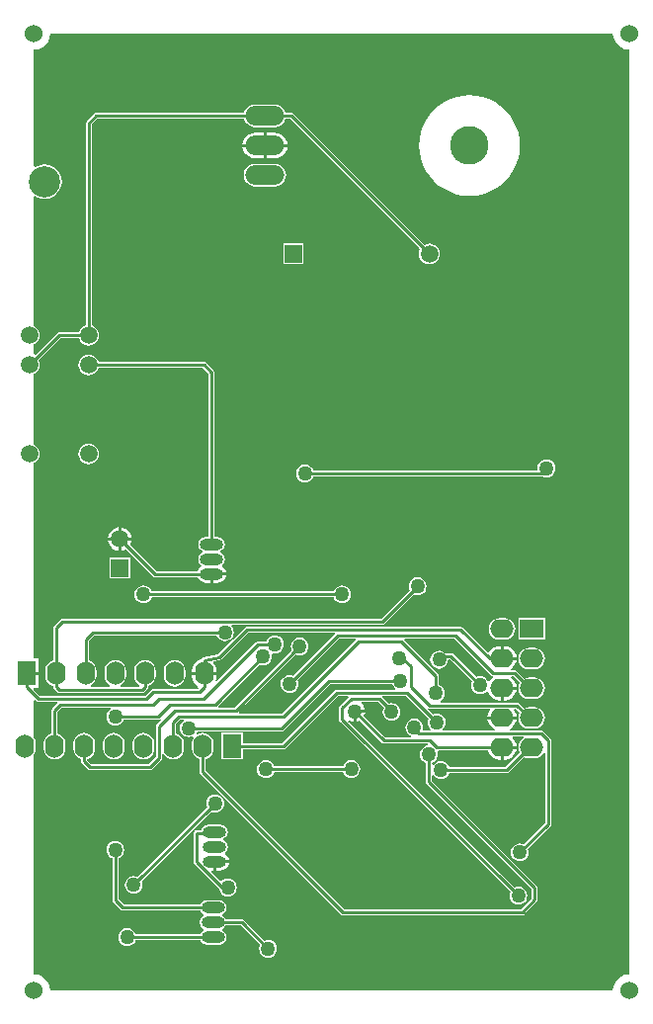
<source format=gbl>
G04*
G04 #@! TF.GenerationSoftware,Altium Limited,Altium Designer,20.0.13 (296)*
G04*
G04 Layer_Physical_Order=2*
G04 Layer_Color=16711680*
%FSLAX25Y25*%
%MOIN*%
G70*
G01*
G75*
%ADD16C,0.06000*%
%ADD20C,0.01000*%
%ADD67O,0.07874X0.03937*%
%ADD68O,0.07874X0.03937*%
%ADD69R,0.05937X0.05937*%
%ADD70C,0.05937*%
%ADD71C,0.05906*%
%ADD72R,0.05906X0.05906*%
%ADD73O,0.06299X0.07874*%
%ADD74R,0.06299X0.07874*%
%ADD75C,0.10551*%
%ADD76C,0.13000*%
%ADD77O,0.13200X0.06600*%
%ADD78R,0.07874X0.06299*%
%ADD79O,0.07874X0.06299*%
%ADD80C,0.05000*%
G36*
X205162Y332677D02*
X205348Y331262D01*
X205894Y329943D01*
X206764Y328811D01*
X207896Y327942D01*
X209215Y327395D01*
X210630Y327209D01*
Y15311D01*
X209215Y15124D01*
X207896Y14578D01*
X206764Y13709D01*
X205894Y12576D01*
X205348Y11258D01*
X205162Y9843D01*
X15311D01*
X15124Y11258D01*
X14578Y12576D01*
X13709Y13709D01*
X12577Y14578D01*
X11258Y15124D01*
X9843Y15311D01*
X9843Y15311D01*
Y89581D01*
X9975Y89754D01*
X10343Y90642D01*
X10469Y91594D01*
Y93169D01*
X10343Y94122D01*
X9975Y95010D01*
X9843Y95183D01*
Y107732D01*
X10305Y107923D01*
X10566Y107661D01*
X10897Y107440D01*
X11287Y107362D01*
X17619D01*
X17826Y106862D01*
X16066Y105103D01*
X15845Y104772D01*
X15768Y104382D01*
Y96697D01*
X14947Y96357D01*
X14185Y95772D01*
X13600Y95010D01*
X13232Y94122D01*
X13106Y93169D01*
Y91594D01*
X13232Y90642D01*
X13600Y89754D01*
X14185Y88992D01*
X14947Y88407D01*
X15835Y88039D01*
X16787Y87913D01*
X17740Y88039D01*
X18628Y88407D01*
X19390Y88992D01*
X19975Y89754D01*
X20343Y90642D01*
X20469Y91594D01*
Y93169D01*
X20343Y94122D01*
X19975Y95010D01*
X19390Y95772D01*
X18628Y96357D01*
X17807Y96697D01*
Y103960D01*
X19210Y105362D01*
X35581D01*
X35717Y105040D01*
X35722Y104862D01*
X35148Y104421D01*
X34667Y103795D01*
X34365Y103065D01*
X34262Y102282D01*
X34365Y101499D01*
X34667Y100769D01*
X35148Y100142D01*
X35774Y99661D01*
X36504Y99359D01*
X37287Y99256D01*
X38071Y99359D01*
X38800Y99661D01*
X39427Y100142D01*
X39908Y100769D01*
X40112Y101262D01*
X51737D01*
X52128Y101340D01*
X52335Y101479D01*
X52654Y101090D01*
X51366Y99803D01*
X51145Y99472D01*
X51068Y99082D01*
Y88804D01*
X48465Y86202D01*
X29210D01*
X27807Y87604D01*
Y88067D01*
X28628Y88407D01*
X29390Y88992D01*
X29975Y89754D01*
X30343Y90642D01*
X30468Y91594D01*
Y93169D01*
X30343Y94122D01*
X29975Y95010D01*
X29390Y95772D01*
X28628Y96357D01*
X27740Y96725D01*
X26787Y96850D01*
X25835Y96725D01*
X24947Y96357D01*
X24184Y95772D01*
X23599Y95010D01*
X23232Y94122D01*
X23106Y93169D01*
Y91594D01*
X23232Y90642D01*
X23599Y89754D01*
X24184Y88992D01*
X24947Y88407D01*
X25768Y88067D01*
Y87182D01*
X25845Y86792D01*
X26066Y86461D01*
X28066Y84461D01*
X28397Y84240D01*
X28787Y84162D01*
X48887D01*
X49278Y84240D01*
X49608Y84461D01*
X52808Y87661D01*
X53029Y87992D01*
X53107Y88382D01*
Y89636D01*
X53575Y89748D01*
X53607Y89744D01*
X54185Y88992D01*
X54947Y88407D01*
X55835Y88039D01*
X56787Y87913D01*
X57740Y88039D01*
X58628Y88407D01*
X59390Y88992D01*
X59975Y89754D01*
X60343Y90642D01*
X60469Y91594D01*
Y93169D01*
X60343Y94122D01*
X59975Y95010D01*
X59390Y95772D01*
X58628Y96357D01*
X57807Y96697D01*
Y99960D01*
X59210Y101362D01*
X60222D01*
X60392Y100862D01*
X59948Y100522D01*
X59467Y99895D01*
X59165Y99165D01*
X59061Y98382D01*
X59165Y97599D01*
X59467Y96869D01*
X59948Y96242D01*
X60575Y95761D01*
X61304Y95459D01*
X62087Y95356D01*
X62871Y95459D01*
X63074Y95543D01*
X63652Y95241D01*
X63680Y95114D01*
X63599Y95010D01*
X63232Y94122D01*
X63106Y93169D01*
Y91594D01*
X63232Y90642D01*
X63599Y89754D01*
X64184Y88992D01*
X64947Y88407D01*
X65768Y88067D01*
Y83782D01*
X65845Y83392D01*
X66066Y83061D01*
X113466Y35661D01*
X113797Y35440D01*
X114187Y35362D01*
X174587D01*
X174978Y35440D01*
X175308Y35661D01*
X179508Y39861D01*
X179729Y40192D01*
X179807Y40582D01*
Y44582D01*
X179729Y44972D01*
X179508Y45303D01*
X144107Y80704D01*
Y82417D01*
X144607Y82586D01*
X144948Y82142D01*
X145574Y81661D01*
X146304Y81359D01*
X147087Y81256D01*
X147871Y81359D01*
X148600Y81661D01*
X149227Y82142D01*
X149708Y82769D01*
X149912Y83262D01*
X169287D01*
X169678Y83340D01*
X170008Y83561D01*
X175149Y88702D01*
X175159Y88694D01*
X176047Y88326D01*
X177000Y88201D01*
X178575D01*
X179527Y88326D01*
X180415Y88694D01*
X181178Y89279D01*
X181763Y90041D01*
X181768Y90054D01*
X182268Y89954D01*
Y66404D01*
X175064Y59200D01*
X174571Y59405D01*
X173787Y59508D01*
X173004Y59405D01*
X172274Y59102D01*
X171648Y58622D01*
X171167Y57995D01*
X170865Y57265D01*
X170762Y56482D01*
X170865Y55699D01*
X171167Y54969D01*
X171648Y54342D01*
X172274Y53861D01*
X173004Y53559D01*
X173787Y53456D01*
X174571Y53559D01*
X175300Y53861D01*
X175927Y54342D01*
X176408Y54969D01*
X176710Y55699D01*
X176813Y56482D01*
X176710Y57265D01*
X176506Y57758D01*
X184008Y65261D01*
X184229Y65592D01*
X184307Y65982D01*
Y94382D01*
X184229Y94772D01*
X184008Y95103D01*
X181808Y97303D01*
X181478Y97524D01*
X181087Y97601D01*
X170391D01*
X170291Y98102D01*
X170668Y98257D01*
X171534Y98922D01*
X172199Y99789D01*
X172618Y100799D01*
X172694Y101382D01*
X162880D01*
X162957Y100799D01*
X163375Y99789D01*
X164041Y98922D01*
X164907Y98257D01*
X165283Y98102D01*
X165184Y97601D01*
X147780D01*
X147610Y98102D01*
X147809Y98254D01*
X148290Y98881D01*
X148592Y99611D01*
X148695Y100394D01*
X148592Y101177D01*
X148290Y101907D01*
X147809Y102533D01*
X147182Y103014D01*
X146452Y103316D01*
X145669Y103420D01*
X144886Y103316D01*
X144393Y103112D01*
X142702Y104802D01*
X143021Y105191D01*
X143097Y105140D01*
X143487Y105062D01*
X163580D01*
X163826Y104562D01*
X163375Y103975D01*
X162957Y102965D01*
X162880Y102382D01*
X172694D01*
X172618Y102965D01*
X172199Y103975D01*
X171821Y104468D01*
X172034Y104931D01*
X172452Y104975D01*
X173781Y103647D01*
X173444Y102835D01*
X173319Y101882D01*
X173444Y100929D01*
X173812Y100041D01*
X174397Y99279D01*
X175159Y98694D01*
X176047Y98326D01*
X177000Y98201D01*
X178575D01*
X179527Y98326D01*
X180415Y98694D01*
X181178Y99279D01*
X181763Y100041D01*
X182131Y100929D01*
X182256Y101882D01*
X182131Y102835D01*
X181763Y103722D01*
X181178Y104485D01*
X180415Y105070D01*
X179527Y105438D01*
X178575Y105563D01*
X177000D01*
X176047Y105438D01*
X175217Y105094D01*
X173508Y106803D01*
X173178Y107024D01*
X172787Y107102D01*
X147218D01*
X147135Y107269D01*
X147084Y107601D01*
X147627Y108018D01*
X148108Y108645D01*
X148410Y109374D01*
X148513Y110158D01*
X148410Y110941D01*
X148108Y111670D01*
X147627Y112297D01*
X147000Y112778D01*
X146507Y112982D01*
Y116082D01*
X146429Y116472D01*
X146208Y116803D01*
X134809Y128202D01*
X135016Y128702D01*
X151525D01*
X164066Y116161D01*
X164397Y115940D01*
X164599Y115900D01*
X164744Y115391D01*
X164743Y115381D01*
X164041Y114841D01*
X163601Y114269D01*
X163029Y114344D01*
X163008Y114395D01*
X162527Y115022D01*
X161900Y115502D01*
X161171Y115805D01*
X160387Y115908D01*
X159604Y115805D01*
X159111Y115600D01*
X151234Y123477D01*
X150904Y123698D01*
X150513Y123775D01*
X148461D01*
X148068Y124077D01*
X147338Y124380D01*
X146555Y124483D01*
X145772Y124380D01*
X145042Y124077D01*
X144415Y123596D01*
X143935Y122970D01*
X143632Y122240D01*
X143529Y121457D01*
X143632Y120674D01*
X143935Y119944D01*
X144415Y119317D01*
X145042Y118836D01*
X145772Y118534D01*
X146555Y118431D01*
X147338Y118534D01*
X148068Y118836D01*
X148695Y119317D01*
X149176Y119944D01*
X149478Y120674D01*
X149581Y121457D01*
X149667Y121554D01*
X150258Y121570D01*
X157669Y114158D01*
X157465Y113665D01*
X157361Y112882D01*
X157465Y112099D01*
X157767Y111369D01*
X158248Y110742D01*
X158874Y110261D01*
X159604Y109959D01*
X160387Y109856D01*
X161171Y109959D01*
X161900Y110261D01*
X162478Y110705D01*
X162528Y110714D01*
X162680Y110698D01*
X163042Y110593D01*
X163375Y109789D01*
X164041Y108922D01*
X164907Y108257D01*
X165917Y107839D01*
X167000Y107696D01*
X167287D01*
Y111882D01*
X167787D01*
Y112382D01*
X172694D01*
X172618Y112965D01*
X172199Y113975D01*
X171534Y114841D01*
X170855Y115362D01*
X171025Y115862D01*
X171565D01*
X173781Y113647D01*
X173444Y112835D01*
X173319Y111882D01*
X173444Y110929D01*
X173812Y110041D01*
X174397Y109279D01*
X175159Y108694D01*
X176047Y108326D01*
X177000Y108201D01*
X178575D01*
X179527Y108326D01*
X180415Y108694D01*
X181178Y109279D01*
X181763Y110041D01*
X182131Y110929D01*
X182256Y111882D01*
X182131Y112835D01*
X181763Y113722D01*
X181178Y114485D01*
X180415Y115070D01*
X179527Y115438D01*
X178575Y115563D01*
X177000D01*
X176047Y115438D01*
X175217Y115094D01*
X172708Y117603D01*
X172378Y117824D01*
X171987Y117902D01*
X171025D01*
X170855Y118402D01*
X171534Y118922D01*
X172199Y119789D01*
X172618Y120799D01*
X172694Y121382D01*
X167787D01*
Y121882D01*
X167287D01*
Y126067D01*
X167000D01*
X165917Y125925D01*
X164907Y125507D01*
X164041Y124841D01*
X163492Y124127D01*
X162905Y124006D01*
X154469Y132443D01*
X154138Y132664D01*
X153748Y132741D01*
X81627D01*
X81237Y132664D01*
X80906Y132443D01*
X76897Y128434D01*
X76520Y128764D01*
X76628Y128905D01*
X76908Y129269D01*
X77210Y129999D01*
X77313Y130782D01*
X77210Y131565D01*
X76908Y132295D01*
X76473Y132862D01*
X76587Y133362D01*
X127461D01*
X127852Y133440D01*
X128182Y133661D01*
X138011Y143490D01*
X138504Y143285D01*
X139287Y143182D01*
X140071Y143285D01*
X140800Y143587D01*
X141427Y144068D01*
X141908Y144695D01*
X142210Y145425D01*
X142313Y146208D01*
X142210Y146991D01*
X141908Y147721D01*
X141427Y148347D01*
X140800Y148828D01*
X140071Y149131D01*
X139287Y149234D01*
X138504Y149131D01*
X137775Y148828D01*
X137148Y148347D01*
X136667Y147721D01*
X136365Y146991D01*
X136261Y146208D01*
X136365Y145425D01*
X136569Y144931D01*
X127039Y135401D01*
X19287D01*
X18897Y135324D01*
X18566Y135103D01*
X16566Y133103D01*
X16345Y132772D01*
X16268Y132382D01*
Y121197D01*
X15447Y120857D01*
X14684Y120272D01*
X14099Y119510D01*
X13732Y118622D01*
X13606Y117669D01*
Y116095D01*
X13732Y115142D01*
X14099Y114254D01*
X14684Y113492D01*
X15447Y112907D01*
X16268Y112566D01*
Y112382D01*
X16345Y111992D01*
X16566Y111661D01*
X17566Y110661D01*
X17897Y110440D01*
X18287Y110362D01*
X46287D01*
X46678Y110440D01*
X47008Y110661D01*
X48008Y111661D01*
X48229Y111992D01*
X48307Y112382D01*
Y112566D01*
X49128Y112907D01*
X49890Y113492D01*
X50475Y114254D01*
X50843Y115142D01*
X50968Y116095D01*
Y117669D01*
X50843Y118622D01*
X50475Y119510D01*
X49890Y120272D01*
X49128Y120857D01*
X48240Y121225D01*
X47287Y121350D01*
X46335Y121225D01*
X45447Y120857D01*
X44684Y120272D01*
X44100Y119510D01*
X43732Y118622D01*
X43606Y117669D01*
Y116095D01*
X43732Y115142D01*
X44100Y114254D01*
X44684Y113492D01*
X45447Y112907D01*
X45459Y112901D01*
X45360Y112401D01*
X39215D01*
X39116Y112901D01*
X39128Y112907D01*
X39890Y113492D01*
X40475Y114254D01*
X40843Y115142D01*
X40968Y116095D01*
Y117669D01*
X40843Y118622D01*
X40475Y119510D01*
X39890Y120272D01*
X39128Y120857D01*
X38240Y121225D01*
X37287Y121350D01*
X36335Y121225D01*
X35447Y120857D01*
X34685Y120272D01*
X34100Y119510D01*
X33732Y118622D01*
X33606Y117669D01*
Y116095D01*
X33732Y115142D01*
X34100Y114254D01*
X34685Y113492D01*
X35447Y112907D01*
X35459Y112901D01*
X35360Y112401D01*
X29215D01*
X29116Y112901D01*
X29128Y112907D01*
X29890Y113492D01*
X30475Y114254D01*
X30843Y115142D01*
X30968Y116095D01*
Y117669D01*
X30843Y118622D01*
X30475Y119510D01*
X29890Y120272D01*
X29128Y120857D01*
X28307Y121197D01*
Y127960D01*
X30110Y129762D01*
X71463D01*
X71667Y129269D01*
X72148Y128642D01*
X72774Y128161D01*
X73504Y127859D01*
X74287Y127756D01*
X75071Y127859D01*
X75800Y128161D01*
X76165Y128441D01*
X76306Y128549D01*
X76636Y128172D01*
X71785Y123321D01*
X67087Y122382D01*
X66995Y122343D01*
X66897Y122324D01*
X66813Y122268D01*
X66720Y122229D01*
X66650Y122158D01*
X66566Y122103D01*
X66510Y122019D01*
X66439Y121948D01*
X66401Y121855D01*
X66345Y121772D01*
X66337Y121730D01*
X66204Y121712D01*
X65195Y121294D01*
X64328Y120629D01*
X63663Y119762D01*
X63245Y118753D01*
X63102Y117669D01*
Y117382D01*
X67287D01*
X71473D01*
Y117669D01*
X71330Y118753D01*
X70912Y119762D01*
X70383Y120451D01*
X70540Y120993D01*
X72487Y121382D01*
X72580Y121420D01*
X72678Y121440D01*
X72761Y121496D01*
X72855Y121535D01*
X72925Y121605D01*
X73008Y121661D01*
X82050Y130702D01*
X111333D01*
X111540Y130202D01*
X97364Y116025D01*
X96871Y116230D01*
X96087Y116333D01*
X95304Y116230D01*
X94574Y115928D01*
X93948Y115447D01*
X93467Y114820D01*
X93165Y114090D01*
X93062Y113307D01*
X93165Y112524D01*
X93467Y111794D01*
X93948Y111168D01*
X94574Y110687D01*
X95304Y110384D01*
X96087Y110281D01*
X96871Y110384D01*
X97600Y110687D01*
X98227Y111168D01*
X98708Y111794D01*
X99010Y112524D01*
X99113Y113307D01*
X99010Y114090D01*
X98806Y114584D01*
X112924Y128702D01*
X118259D01*
X118466Y128202D01*
X93665Y103402D01*
X79132D01*
X78925Y103902D01*
X98211Y123187D01*
X98704Y122983D01*
X99487Y122880D01*
X100271Y122983D01*
X101000Y123285D01*
X101627Y123766D01*
X102108Y124393D01*
X102410Y125122D01*
X102513Y125906D01*
X102410Y126689D01*
X102108Y127418D01*
X101627Y128045D01*
X101000Y128526D01*
X100271Y128828D01*
X99487Y128931D01*
X98704Y128828D01*
X97974Y128526D01*
X97348Y128045D01*
X96867Y127418D01*
X96565Y126689D01*
X96461Y125906D01*
X96565Y125122D01*
X96769Y124629D01*
X77542Y105402D01*
X72132D01*
X71925Y105902D01*
X85911Y119888D01*
X86404Y119684D01*
X87187Y119580D01*
X87971Y119684D01*
X88700Y119986D01*
X89327Y120467D01*
X89808Y121093D01*
X90110Y121823D01*
X90213Y122606D01*
X90122Y123297D01*
X90156Y123381D01*
X90272Y123528D01*
X90509Y123732D01*
X91087Y123656D01*
X91871Y123759D01*
X92600Y124061D01*
X93227Y124542D01*
X93708Y125169D01*
X94010Y125899D01*
X94113Y126682D01*
X94010Y127465D01*
X93708Y128195D01*
X93227Y128822D01*
X92600Y129302D01*
X91871Y129605D01*
X91087Y129708D01*
X90304Y129605D01*
X89574Y129302D01*
X88948Y128822D01*
X88467Y128195D01*
X88262Y127701D01*
X85487D01*
X85097Y127624D01*
X84766Y127403D01*
X71515Y114152D01*
X71092Y114435D01*
X71330Y115011D01*
X71473Y116095D01*
Y116382D01*
X67287D01*
X63102D01*
Y116095D01*
X63245Y115011D01*
X63663Y114002D01*
X64328Y113135D01*
X65154Y112501D01*
X65202Y112416D01*
X65275Y111905D01*
X65102Y111702D01*
X50037D01*
X49647Y111624D01*
X49316Y111403D01*
X47315Y109402D01*
X11710D01*
X9843Y111269D01*
Y111945D01*
X11437D01*
Y116382D01*
X7287D01*
Y117382D01*
X11437D01*
Y121819D01*
X9843D01*
Y187789D01*
X10029Y187866D01*
X10750Y188419D01*
X11303Y189141D01*
X11651Y189980D01*
X11770Y190882D01*
X11651Y191783D01*
X11303Y192623D01*
X10750Y193344D01*
X10029Y193898D01*
X9843Y193975D01*
Y217789D01*
X10029Y217866D01*
X10750Y218419D01*
X11303Y219141D01*
X11651Y219981D01*
X11770Y220882D01*
X11651Y221783D01*
X11352Y222505D01*
X18710Y229862D01*
X24972D01*
X25271Y229141D01*
X25825Y228419D01*
X26546Y227866D01*
X27386Y227518D01*
X28287Y227399D01*
X29189Y227518D01*
X30029Y227866D01*
X30750Y228419D01*
X31303Y229141D01*
X31651Y229980D01*
X31770Y230882D01*
X31651Y231783D01*
X31303Y232623D01*
X30750Y233344D01*
X30029Y233898D01*
X29307Y234197D01*
Y301960D01*
X31210Y303862D01*
X80797D01*
X81168Y302965D01*
X81777Y302172D01*
X82571Y301563D01*
X83495Y301180D01*
X84487Y301049D01*
X91087D01*
X92079Y301180D01*
X93004Y301563D01*
X93798Y302172D01*
X94407Y302965D01*
X94778Y303862D01*
X96298D01*
X140155Y260005D01*
X139857Y259283D01*
X139738Y258382D01*
X139857Y257481D01*
X140204Y256641D01*
X140758Y255919D01*
X141479Y255366D01*
X142319Y255018D01*
X143220Y254899D01*
X144122Y255018D01*
X144962Y255366D01*
X145683Y255919D01*
X146236Y256641D01*
X146584Y257481D01*
X146703Y258382D01*
X146584Y259283D01*
X146236Y260123D01*
X145683Y260844D01*
X144962Y261398D01*
X144122Y261746D01*
X143220Y261864D01*
X142319Y261746D01*
X141597Y261447D01*
X97441Y305603D01*
X97111Y305824D01*
X96720Y305902D01*
X94778D01*
X94407Y306798D01*
X93798Y307592D01*
X93004Y308201D01*
X92079Y308584D01*
X91087Y308715D01*
X84487D01*
X83495Y308584D01*
X82571Y308201D01*
X81777Y307592D01*
X81168Y306798D01*
X80797Y305902D01*
X30787D01*
X30397Y305824D01*
X30066Y305603D01*
X27566Y303103D01*
X27345Y302772D01*
X27268Y302382D01*
Y234197D01*
X26546Y233898D01*
X25825Y233344D01*
X25271Y232623D01*
X24972Y231902D01*
X18287D01*
X17897Y231824D01*
X17566Y231603D01*
X10343Y224379D01*
X9843Y224586D01*
Y227789D01*
X10029Y227866D01*
X10750Y228419D01*
X11303Y229141D01*
X11651Y229980D01*
X11770Y230882D01*
X11651Y231783D01*
X11303Y232623D01*
X10750Y233344D01*
X10029Y233898D01*
X9843Y233975D01*
Y277608D01*
X10291Y277829D01*
X10481Y277683D01*
X11886Y277101D01*
X13394Y276903D01*
X14901Y277101D01*
X16307Y277683D01*
X17513Y278609D01*
X18439Y279816D01*
X19021Y281221D01*
X19219Y282728D01*
X19021Y284236D01*
X18439Y285641D01*
X17513Y286847D01*
X16307Y287773D01*
X14901Y288355D01*
X13394Y288554D01*
X11886Y288355D01*
X10481Y287773D01*
X10291Y287627D01*
X9843Y287848D01*
Y327209D01*
X9843Y327209D01*
X11258Y327395D01*
X12577Y327942D01*
X13709Y328811D01*
X14578Y329943D01*
X15124Y331262D01*
X15311Y332677D01*
X15311Y332677D01*
X205162D01*
X205162Y332677D01*
D02*
G37*
G36*
X130892Y112869D02*
X131373Y112242D01*
X131817Y111901D01*
X131647Y111401D01*
X111887D01*
X111497Y111324D01*
X111166Y111103D01*
X93465Y93401D01*
X80437D01*
Y96819D01*
X73138D01*
Y87945D01*
X80437D01*
Y91362D01*
X93887D01*
X94278Y91440D01*
X94608Y91661D01*
X112310Y109362D01*
X115819D01*
X116026Y108862D01*
X113066Y105903D01*
X112845Y105572D01*
X112768Y105182D01*
Y101382D01*
X112845Y100992D01*
X113066Y100661D01*
X170569Y43158D01*
X170365Y42665D01*
X170262Y41882D01*
X170365Y41099D01*
X170667Y40369D01*
X171148Y39742D01*
X171774Y39261D01*
X172504Y38959D01*
X173287Y38856D01*
X174071Y38959D01*
X174800Y39261D01*
X175427Y39742D01*
X175908Y40369D01*
X176210Y41099D01*
X176313Y41882D01*
X176210Y42665D01*
X175908Y43395D01*
X175427Y44021D01*
X174800Y44502D01*
X174071Y44805D01*
X173287Y44908D01*
X172504Y44805D01*
X172011Y44600D01*
X115869Y100742D01*
X116199Y101119D01*
X116322Y101025D01*
X117174Y100672D01*
X117587Y100618D01*
Y104082D01*
X118087D01*
Y104582D01*
X121552D01*
X121497Y104996D01*
X121145Y105847D01*
X120584Y106578D01*
X120213Y106862D01*
X120383Y107362D01*
X125913D01*
X127905Y105370D01*
X127891Y105351D01*
X127589Y104622D01*
X127486Y103839D01*
X127589Y103055D01*
X127891Y102326D01*
X128372Y101699D01*
X128999Y101218D01*
X129729Y100916D01*
X130512Y100813D01*
X131295Y100916D01*
X132025Y101218D01*
X132651Y101699D01*
X133132Y102326D01*
X133435Y103055D01*
X133538Y103839D01*
X133435Y104622D01*
X133132Y105351D01*
X132651Y105978D01*
X132025Y106459D01*
X131295Y106761D01*
X130512Y106865D01*
X129729Y106761D01*
X129495Y106665D01*
X127297Y108862D01*
X127504Y109362D01*
X135259D01*
X142951Y101670D01*
X142746Y101177D01*
X142643Y100394D01*
X142746Y99611D01*
X143049Y98881D01*
X143530Y98254D01*
X143728Y98102D01*
X143559Y97601D01*
X141530D01*
X141150Y98102D01*
X141213Y98582D01*
X141110Y99365D01*
X140808Y100095D01*
X140327Y100722D01*
X139700Y101202D01*
X138971Y101505D01*
X138187Y101608D01*
X137404Y101505D01*
X136674Y101202D01*
X136048Y100722D01*
X135567Y100095D01*
X135265Y99365D01*
X135161Y98582D01*
X135265Y97799D01*
X135567Y97069D01*
X136048Y96442D01*
X136674Y95961D01*
X137060Y95802D01*
X136961Y95302D01*
X128310D01*
X121188Y102423D01*
X121497Y103168D01*
X121552Y103582D01*
X118587D01*
Y100618D01*
X119001Y100672D01*
X119747Y100981D01*
X127166Y93561D01*
X127497Y93340D01*
X127887Y93262D01*
X142701D01*
X142828Y93078D01*
X142591Y92542D01*
X142304Y92505D01*
X141575Y92202D01*
X140948Y91721D01*
X140467Y91095D01*
X140165Y90365D01*
X140061Y89582D01*
X140165Y88799D01*
X140467Y88069D01*
X140948Y87442D01*
X141575Y86961D01*
X142068Y86757D01*
Y80282D01*
X142145Y79892D01*
X142366Y79561D01*
X177768Y44160D01*
Y41004D01*
X174165Y37402D01*
X114610D01*
X67807Y84204D01*
Y88067D01*
X68628Y88407D01*
X69390Y88992D01*
X69975Y89754D01*
X70343Y90642D01*
X70468Y91594D01*
Y93169D01*
X70343Y94122D01*
X69975Y95010D01*
X69390Y95772D01*
X68628Y96357D01*
X67740Y96725D01*
X66787Y96850D01*
X65835Y96725D01*
X64947Y96357D01*
X64943Y96355D01*
X64587Y96711D01*
X64708Y96869D01*
X64912Y97362D01*
X93487D01*
X93878Y97440D01*
X94208Y97661D01*
X109910Y113362D01*
X130688D01*
X130892Y112869D01*
D02*
G37*
G36*
X175154Y95094D02*
X175150Y95062D01*
X174397Y94485D01*
X173812Y93722D01*
X173444Y92835D01*
X173319Y91882D01*
X173444Y90929D01*
X173751Y90188D01*
X168865Y85302D01*
X149912D01*
X149708Y85795D01*
X149227Y86422D01*
X148600Y86902D01*
X147871Y87205D01*
X147087Y87308D01*
X146304Y87205D01*
X145574Y86902D01*
X144948Y86422D01*
X144607Y85977D01*
X144107Y86147D01*
Y86757D01*
X144600Y86961D01*
X145227Y87442D01*
X145708Y88069D01*
X146010Y88799D01*
X146113Y89582D01*
X146010Y90365D01*
X145976Y90447D01*
X146254Y90862D01*
X162949D01*
X162957Y90799D01*
X163375Y89789D01*
X164041Y88922D01*
X164907Y88257D01*
X165917Y87839D01*
X167000Y87696D01*
X167287D01*
Y91882D01*
X167787D01*
Y92382D01*
X172694D01*
X172618Y92965D01*
X172199Y93975D01*
X171534Y94841D01*
X171247Y95062D01*
X171416Y95562D01*
X175042D01*
X175154Y95094D01*
D02*
G37*
%LPC*%
G36*
X91087Y299219D02*
X88287D01*
Y295382D01*
X95359D01*
X95277Y296004D01*
X94843Y297050D01*
X94154Y297949D01*
X93256Y298638D01*
X92210Y299071D01*
X91087Y299219D01*
D02*
G37*
G36*
X87287D02*
X84487D01*
X83365Y299071D01*
X82319Y298638D01*
X81421Y297949D01*
X80731Y297050D01*
X80298Y296004D01*
X80216Y295382D01*
X87287D01*
Y299219D01*
D02*
G37*
G36*
X95359Y294382D02*
X88287D01*
Y290545D01*
X91087D01*
X92210Y290693D01*
X93256Y291126D01*
X94154Y291815D01*
X94843Y292713D01*
X95277Y293759D01*
X95359Y294382D01*
D02*
G37*
G36*
X87287D02*
X80216D01*
X80298Y293759D01*
X80731Y292713D01*
X81421Y291815D01*
X82319Y291126D01*
X83365Y290693D01*
X84487Y290545D01*
X87287D01*
Y294382D01*
D02*
G37*
G36*
X91087Y288715D02*
X84487D01*
X83495Y288584D01*
X82571Y288201D01*
X81777Y287592D01*
X81168Y286798D01*
X80785Y285874D01*
X80655Y284882D01*
X80785Y283890D01*
X81168Y282965D01*
X81777Y282172D01*
X82571Y281563D01*
X83495Y281180D01*
X84487Y281049D01*
X91087D01*
X92079Y281180D01*
X93004Y281563D01*
X93798Y282172D01*
X94407Y282965D01*
X94790Y283890D01*
X94920Y284882D01*
X94790Y285874D01*
X94407Y286798D01*
X93798Y287592D01*
X93004Y288201D01*
X92079Y288584D01*
X91087Y288715D01*
D02*
G37*
G36*
X156787Y311918D02*
X154564Y311773D01*
X152378Y311338D01*
X150268Y310622D01*
X148269Y309636D01*
X146416Y308398D01*
X144741Y306928D01*
X143272Y305253D01*
X142033Y303400D01*
X141048Y301401D01*
X140331Y299291D01*
X139897Y297106D01*
X139751Y294882D01*
X139897Y292658D01*
X140331Y290473D01*
X141048Y288362D01*
X142033Y286364D01*
X143272Y284511D01*
X144741Y282835D01*
X146416Y281366D01*
X148269Y280128D01*
X150268Y279142D01*
X152378Y278426D01*
X154564Y277991D01*
X156787Y277845D01*
X159011Y277991D01*
X161197Y278426D01*
X163307Y279142D01*
X165306Y280128D01*
X167158Y281366D01*
X168834Y282835D01*
X170303Y284511D01*
X171541Y286364D01*
X172527Y288362D01*
X173243Y290473D01*
X173678Y292658D01*
X173824Y294882D01*
X173678Y297106D01*
X173243Y299291D01*
X172527Y301401D01*
X171541Y303400D01*
X170303Y305253D01*
X168834Y306928D01*
X167158Y308398D01*
X165306Y309636D01*
X163307Y310622D01*
X161197Y311338D01*
X159011Y311773D01*
X156787Y311918D01*
D02*
G37*
G36*
X100807Y261835D02*
X93902D01*
Y254929D01*
X100807D01*
Y261835D01*
D02*
G37*
G36*
X28287Y194364D02*
X27386Y194246D01*
X26546Y193898D01*
X25825Y193344D01*
X25271Y192623D01*
X24924Y191783D01*
X24805Y190882D01*
X24924Y189980D01*
X25271Y189141D01*
X25825Y188419D01*
X26546Y187866D01*
X27386Y187518D01*
X28287Y187399D01*
X29189Y187518D01*
X30029Y187866D01*
X30750Y188419D01*
X31303Y189141D01*
X31651Y189980D01*
X31770Y190882D01*
X31651Y191783D01*
X31303Y192623D01*
X30750Y193344D01*
X30029Y193898D01*
X29189Y194246D01*
X28287Y194364D01*
D02*
G37*
G36*
X182787Y189057D02*
X182004Y188954D01*
X181274Y188652D01*
X180648Y188171D01*
X180167Y187544D01*
X179865Y186815D01*
X179762Y186031D01*
X179808Y185677D01*
X179478Y185301D01*
X104112D01*
X103908Y185795D01*
X103427Y186422D01*
X102800Y186902D01*
X102071Y187205D01*
X101287Y187308D01*
X100504Y187205D01*
X99774Y186902D01*
X99148Y186422D01*
X98667Y185795D01*
X98365Y185065D01*
X98261Y184282D01*
X98365Y183499D01*
X98667Y182769D01*
X99148Y182142D01*
X99774Y181661D01*
X100504Y181359D01*
X101287Y181256D01*
X102071Y181359D01*
X102800Y181661D01*
X103427Y182142D01*
X103908Y182769D01*
X104112Y183262D01*
X181038D01*
X181428Y183340D01*
X181435Y183344D01*
X182004Y183109D01*
X182787Y183006D01*
X183571Y183109D01*
X184300Y183411D01*
X184927Y183892D01*
X185408Y184519D01*
X185710Y185248D01*
X185813Y186031D01*
X185710Y186815D01*
X185408Y187544D01*
X184927Y188171D01*
X184300Y188652D01*
X183571Y188954D01*
X182787Y189057D01*
D02*
G37*
G36*
X39287Y166161D02*
Y162724D01*
X42724D01*
X42654Y163260D01*
X42254Y164226D01*
X41618Y165055D01*
X40789Y165691D01*
X39823Y166091D01*
X39287Y166161D01*
D02*
G37*
G36*
X38287D02*
X37751Y166091D01*
X36786Y165691D01*
X35957Y165055D01*
X35321Y164226D01*
X34921Y163260D01*
X34850Y162724D01*
X38287D01*
Y166161D01*
D02*
G37*
G36*
Y161724D02*
X34850D01*
X34921Y161188D01*
X35321Y160223D01*
X35957Y159394D01*
X36786Y158758D01*
X37751Y158358D01*
X38287Y158288D01*
Y161724D01*
D02*
G37*
G36*
X28287Y224364D02*
X27386Y224246D01*
X26546Y223898D01*
X25825Y223344D01*
X25271Y222623D01*
X24924Y221783D01*
X24805Y220882D01*
X24924Y219981D01*
X25271Y219141D01*
X25825Y218419D01*
X26546Y217866D01*
X27386Y217518D01*
X28287Y217399D01*
X29189Y217518D01*
X30029Y217866D01*
X30750Y218419D01*
X31303Y219141D01*
X31602Y219862D01*
X66865D01*
X68768Y217960D01*
Y162899D01*
X67819D01*
X66856Y162707D01*
X66039Y162162D01*
X65494Y161345D01*
X65302Y160382D01*
X65494Y159419D01*
X66039Y158602D01*
X66702Y158160D01*
X66716Y158118D01*
Y157645D01*
X66702Y157604D01*
X66039Y157162D01*
X65494Y156345D01*
X65302Y155382D01*
X65494Y154419D01*
X66039Y153602D01*
X66279Y153442D01*
X66208Y152888D01*
X65702Y152499D01*
X65226Y151879D01*
X65028Y151401D01*
X51052D01*
X42244Y160210D01*
X42254Y160223D01*
X42654Y161188D01*
X42724Y161724D01*
X39287D01*
Y158288D01*
X39823Y158358D01*
X40789Y158758D01*
X40802Y158768D01*
X49909Y149661D01*
X50240Y149440D01*
X50630Y149362D01*
X65028D01*
X65226Y148885D01*
X65702Y148265D01*
X66322Y147789D01*
X67044Y147490D01*
X67819Y147388D01*
X69287D01*
Y150382D01*
X69787D01*
Y150882D01*
X74684D01*
X74648Y151157D01*
X74349Y151879D01*
X73873Y152499D01*
X73366Y152888D01*
X73295Y153442D01*
X73536Y153602D01*
X74081Y154419D01*
X74273Y155382D01*
X74081Y156345D01*
X73536Y157162D01*
X72873Y157604D01*
X72859Y157645D01*
Y158118D01*
X72873Y158160D01*
X73536Y158602D01*
X74081Y159419D01*
X74273Y160382D01*
X74081Y161345D01*
X73536Y162162D01*
X72719Y162707D01*
X71756Y162899D01*
X70807D01*
Y218382D01*
X70729Y218772D01*
X70508Y219103D01*
X68008Y221603D01*
X67678Y221824D01*
X67287Y221901D01*
X31602D01*
X31303Y222623D01*
X30750Y223344D01*
X30029Y223898D01*
X29189Y224246D01*
X28287Y224364D01*
D02*
G37*
G36*
X42256Y155850D02*
X35319D01*
Y148913D01*
X42256D01*
Y155850D01*
D02*
G37*
G36*
X74684Y149882D02*
X70287D01*
Y147388D01*
X71756D01*
X72531Y147490D01*
X73253Y147789D01*
X73873Y148265D01*
X74349Y148885D01*
X74648Y149607D01*
X74684Y149882D01*
D02*
G37*
G36*
X113787Y146508D02*
X113004Y146405D01*
X112275Y146102D01*
X111648Y145622D01*
X111167Y144995D01*
X110962Y144501D01*
X49612D01*
X49408Y144995D01*
X48927Y145622D01*
X48300Y146102D01*
X47571Y146405D01*
X46787Y146508D01*
X46004Y146405D01*
X45274Y146102D01*
X44648Y145622D01*
X44167Y144995D01*
X43865Y144265D01*
X43762Y143482D01*
X43865Y142699D01*
X44167Y141969D01*
X44648Y141342D01*
X45274Y140861D01*
X46004Y140559D01*
X46787Y140456D01*
X47571Y140559D01*
X48300Y140861D01*
X48927Y141342D01*
X49408Y141969D01*
X49612Y142462D01*
X110962D01*
X111167Y141969D01*
X111648Y141342D01*
X112275Y140861D01*
X113004Y140559D01*
X113787Y140456D01*
X114571Y140559D01*
X115300Y140861D01*
X115927Y141342D01*
X116408Y141969D01*
X116710Y142699D01*
X116813Y143482D01*
X116710Y144265D01*
X116408Y144995D01*
X115927Y145622D01*
X115300Y146102D01*
X114571Y146405D01*
X113787Y146508D01*
D02*
G37*
G36*
X182224Y135531D02*
X173350D01*
Y128232D01*
X182224D01*
Y135531D01*
D02*
G37*
G36*
X168575Y135563D02*
X167000D01*
X166047Y135438D01*
X165159Y135070D01*
X164397Y134485D01*
X163812Y133722D01*
X163444Y132835D01*
X163319Y131882D01*
X163444Y130929D01*
X163812Y130041D01*
X164397Y129279D01*
X165159Y128694D01*
X166047Y128326D01*
X167000Y128201D01*
X168575D01*
X169527Y128326D01*
X170415Y128694D01*
X171178Y129279D01*
X171763Y130041D01*
X172131Y130929D01*
X172256Y131882D01*
X172131Y132835D01*
X171763Y133722D01*
X171178Y134485D01*
X170415Y135070D01*
X169527Y135438D01*
X168575Y135563D01*
D02*
G37*
G36*
Y126067D02*
X168287D01*
Y122382D01*
X172694D01*
X172618Y122965D01*
X172199Y123975D01*
X171534Y124841D01*
X170668Y125507D01*
X169658Y125925D01*
X168575Y126067D01*
D02*
G37*
G36*
X178575Y125563D02*
X177000D01*
X176047Y125438D01*
X175159Y125070D01*
X174397Y124485D01*
X173812Y123722D01*
X173444Y122835D01*
X173319Y121882D01*
X173444Y120929D01*
X173812Y120041D01*
X174397Y119279D01*
X175159Y118694D01*
X176047Y118326D01*
X177000Y118201D01*
X178575D01*
X179527Y118326D01*
X180415Y118694D01*
X181178Y119279D01*
X181763Y120041D01*
X182131Y120929D01*
X182256Y121882D01*
X182131Y122835D01*
X181763Y123722D01*
X181178Y124485D01*
X180415Y125070D01*
X179527Y125438D01*
X178575Y125563D01*
D02*
G37*
G36*
X57287Y121350D02*
X56335Y121225D01*
X55447Y120857D01*
X54685Y120272D01*
X54100Y119510D01*
X53732Y118622D01*
X53606Y117669D01*
Y116095D01*
X53732Y115142D01*
X54100Y114254D01*
X54685Y113492D01*
X55447Y112907D01*
X56335Y112539D01*
X57287Y112413D01*
X58240Y112539D01*
X59128Y112907D01*
X59890Y113492D01*
X60475Y114254D01*
X60843Y115142D01*
X60969Y116095D01*
Y117669D01*
X60843Y118622D01*
X60475Y119510D01*
X59890Y120272D01*
X59128Y120857D01*
X58240Y121225D01*
X57287Y121350D01*
D02*
G37*
G36*
X172694Y111382D02*
X168287D01*
Y107696D01*
X168575D01*
X169658Y107839D01*
X170668Y108257D01*
X171534Y108922D01*
X172199Y109789D01*
X172618Y110799D01*
X172694Y111382D01*
D02*
G37*
G36*
X46787Y96850D02*
X45835Y96725D01*
X44947Y96357D01*
X44184Y95772D01*
X43600Y95010D01*
X43232Y94122D01*
X43106Y93169D01*
Y91594D01*
X43232Y90642D01*
X43600Y89754D01*
X44184Y88992D01*
X44947Y88407D01*
X45835Y88039D01*
X46787Y87913D01*
X47740Y88039D01*
X48628Y88407D01*
X49390Y88992D01*
X49975Y89754D01*
X50343Y90642D01*
X50468Y91594D01*
Y93169D01*
X50343Y94122D01*
X49975Y95010D01*
X49390Y95772D01*
X48628Y96357D01*
X47740Y96725D01*
X46787Y96850D01*
D02*
G37*
G36*
X36787D02*
X35835Y96725D01*
X34947Y96357D01*
X34185Y95772D01*
X33599Y95010D01*
X33232Y94122D01*
X33106Y93169D01*
Y91594D01*
X33232Y90642D01*
X33599Y89754D01*
X34185Y88992D01*
X34947Y88407D01*
X35835Y88039D01*
X36787Y87913D01*
X37740Y88039D01*
X38628Y88407D01*
X39390Y88992D01*
X39975Y89754D01*
X40343Y90642D01*
X40468Y91594D01*
Y93169D01*
X40343Y94122D01*
X39975Y95010D01*
X39390Y95772D01*
X38628Y96357D01*
X37740Y96725D01*
X36787Y96850D01*
D02*
G37*
G36*
X70987Y76008D02*
X70204Y75905D01*
X69475Y75602D01*
X68848Y75121D01*
X68367Y74495D01*
X68065Y73765D01*
X67962Y72982D01*
X68065Y72199D01*
X68269Y71705D01*
X44802Y48238D01*
X44308Y48443D01*
X43525Y48546D01*
X42742Y48443D01*
X42012Y48140D01*
X41386Y47659D01*
X40905Y47033D01*
X40602Y46303D01*
X40499Y45520D01*
X40602Y44736D01*
X40905Y44007D01*
X41386Y43380D01*
X42012Y42899D01*
X42742Y42597D01*
X43525Y42494D01*
X44308Y42597D01*
X45038Y42899D01*
X45665Y43380D01*
X46146Y44007D01*
X46448Y44736D01*
X46551Y45520D01*
X46448Y46303D01*
X46244Y46796D01*
X69711Y70263D01*
X70204Y70059D01*
X70987Y69956D01*
X71771Y70059D01*
X72500Y70361D01*
X73127Y70842D01*
X73608Y71469D01*
X73910Y72199D01*
X74013Y72982D01*
X73910Y73765D01*
X73608Y74495D01*
X73127Y75121D01*
X72500Y75602D01*
X71771Y75905D01*
X70987Y76008D01*
D02*
G37*
G36*
X75684Y52882D02*
X71287D01*
Y50388D01*
X72756D01*
X73531Y50490D01*
X74253Y50789D01*
X74873Y51265D01*
X75349Y51885D01*
X75648Y52607D01*
X75684Y52882D01*
D02*
G37*
G36*
X72756Y65899D02*
X68819D01*
X67856Y65707D01*
X67039Y65162D01*
X66494Y64345D01*
X66448Y64114D01*
X64720Y63999D01*
X64560Y63956D01*
X64397Y63924D01*
X64369Y63905D01*
X64335Y63896D01*
X64204Y63795D01*
X64066Y63703D01*
X64047Y63674D01*
X64020Y63653D01*
X63937Y63510D01*
X63845Y63372D01*
X63839Y63338D01*
X63822Y63309D01*
X63800Y63144D01*
X63768Y62982D01*
Y53215D01*
X63845Y52825D01*
X64066Y52494D01*
X72329Y44232D01*
X72373Y43902D01*
X72675Y43172D01*
X73156Y42545D01*
X73782Y42064D01*
X74512Y41762D01*
X75295Y41659D01*
X76078Y41762D01*
X76808Y42064D01*
X77435Y42545D01*
X77916Y43172D01*
X78218Y43902D01*
X78321Y44685D01*
X78218Y45468D01*
X77916Y46198D01*
X77435Y46825D01*
X76808Y47306D01*
X76078Y47608D01*
X75295Y47711D01*
X74512Y47608D01*
X73782Y47306D01*
X73156Y46825D01*
X73154Y46822D01*
X72655Y46790D01*
X69519Y49926D01*
X69710Y50388D01*
X70287D01*
Y53382D01*
X70787D01*
Y53882D01*
X75684D01*
X75648Y54157D01*
X75349Y54879D01*
X74873Y55499D01*
X74366Y55888D01*
X74295Y56442D01*
X74536Y56602D01*
X75081Y57419D01*
X75273Y58382D01*
X75081Y59345D01*
X74536Y60162D01*
X73873Y60604D01*
X73859Y60645D01*
Y61118D01*
X73873Y61160D01*
X74536Y61602D01*
X75081Y62419D01*
X75273Y63382D01*
X75081Y64345D01*
X74536Y65162D01*
X73719Y65707D01*
X72756Y65899D01*
D02*
G37*
G36*
X37287Y60357D02*
X36504Y60254D01*
X35774Y59951D01*
X35148Y59470D01*
X34667Y58844D01*
X34365Y58114D01*
X34262Y57331D01*
X34365Y56547D01*
X34667Y55818D01*
X35148Y55191D01*
X35774Y54710D01*
X36268Y54506D01*
Y40382D01*
X36345Y39992D01*
X36566Y39661D01*
X39066Y37161D01*
X39397Y36940D01*
X39787Y36862D01*
X66031D01*
X66539Y36102D01*
X67202Y35660D01*
X67216Y35618D01*
Y35145D01*
X67202Y35104D01*
X66539Y34662D01*
X65994Y33845D01*
X65802Y32882D01*
X65994Y31919D01*
X66539Y31102D01*
X67202Y30660D01*
X67216Y30618D01*
Y30145D01*
X67202Y30104D01*
X66539Y29662D01*
X66031Y28901D01*
X44112D01*
X43908Y29395D01*
X43427Y30022D01*
X42800Y30502D01*
X42071Y30805D01*
X41287Y30908D01*
X40504Y30805D01*
X39775Y30502D01*
X39148Y30022D01*
X38667Y29395D01*
X38365Y28665D01*
X38262Y27882D01*
X38365Y27099D01*
X38667Y26369D01*
X39148Y25742D01*
X39775Y25261D01*
X40504Y24959D01*
X41287Y24856D01*
X42071Y24959D01*
X42800Y25261D01*
X43427Y25742D01*
X43908Y26369D01*
X44112Y26862D01*
X66031D01*
X66539Y26102D01*
X67356Y25557D01*
X68319Y25365D01*
X72256D01*
X73219Y25557D01*
X74036Y26102D01*
X74581Y26919D01*
X74773Y27882D01*
X74581Y28845D01*
X74036Y29662D01*
X73373Y30104D01*
X73359Y30145D01*
Y30618D01*
X73373Y30660D01*
X74036Y31102D01*
X74543Y31862D01*
X79565D01*
X86115Y25312D01*
X85911Y24819D01*
X85808Y24035D01*
X85911Y23252D01*
X86213Y22523D01*
X86694Y21896D01*
X87321Y21415D01*
X88051Y21113D01*
X88834Y21010D01*
X89617Y21113D01*
X90347Y21415D01*
X90973Y21896D01*
X91454Y22523D01*
X91757Y23252D01*
X91860Y24035D01*
X91757Y24819D01*
X91454Y25548D01*
X90973Y26175D01*
X90347Y26656D01*
X89617Y26958D01*
X88834Y27061D01*
X88051Y26958D01*
X87557Y26754D01*
X80708Y33603D01*
X80378Y33824D01*
X79987Y33902D01*
X74543D01*
X74036Y34662D01*
X73373Y35104D01*
X73359Y35145D01*
Y35618D01*
X73373Y35660D01*
X74036Y36102D01*
X74581Y36919D01*
X74773Y37882D01*
X74581Y38845D01*
X74036Y39662D01*
X73219Y40207D01*
X72256Y40399D01*
X68319D01*
X67356Y40207D01*
X66539Y39662D01*
X66031Y38901D01*
X40210D01*
X38307Y40804D01*
Y54506D01*
X38800Y54710D01*
X39427Y55191D01*
X39908Y55818D01*
X40210Y56547D01*
X40313Y57331D01*
X40210Y58114D01*
X39908Y58844D01*
X39427Y59470D01*
X38800Y59951D01*
X38071Y60254D01*
X37287Y60357D01*
D02*
G37*
G36*
X116887Y87608D02*
X116104Y87505D01*
X115375Y87202D01*
X114748Y86721D01*
X114267Y86095D01*
X114062Y85602D01*
X90912D01*
X90708Y86095D01*
X90227Y86721D01*
X89600Y87202D01*
X88871Y87505D01*
X88087Y87608D01*
X87304Y87505D01*
X86575Y87202D01*
X85948Y86721D01*
X85467Y86095D01*
X85165Y85365D01*
X85062Y84582D01*
X85165Y83799D01*
X85467Y83069D01*
X85948Y82442D01*
X86575Y81961D01*
X87304Y81659D01*
X88087Y81556D01*
X88871Y81659D01*
X89600Y81961D01*
X90227Y82442D01*
X90708Y83069D01*
X90912Y83562D01*
X114062D01*
X114267Y83069D01*
X114748Y82442D01*
X115375Y81961D01*
X116104Y81659D01*
X116887Y81556D01*
X117671Y81659D01*
X118400Y81961D01*
X119027Y82442D01*
X119508Y83069D01*
X119810Y83799D01*
X119913Y84582D01*
X119810Y85365D01*
X119508Y86095D01*
X119027Y86721D01*
X118400Y87202D01*
X117671Y87505D01*
X116887Y87608D01*
D02*
G37*
G36*
X172694Y91382D02*
X168287D01*
Y87696D01*
X168575D01*
X169658Y87839D01*
X170668Y88257D01*
X171534Y88922D01*
X172199Y89789D01*
X172618Y90799D01*
X172694Y91382D01*
D02*
G37*
%LPD*%
D16*
X210630Y9843D02*
D03*
Y332677D02*
D03*
X9843D02*
D03*
Y9843D02*
D03*
D20*
X181038Y184282D02*
X182787Y186031D01*
X17287Y116882D02*
Y132382D01*
X19287Y134382D01*
X127461D01*
X139287Y146208D01*
X145787Y91882D02*
X167787D01*
X143387Y94282D02*
X145787Y91882D01*
X127887Y94282D02*
X143387D01*
X118087Y104082D02*
X127887Y94282D01*
X126335Y108382D02*
X130661Y104056D01*
X116987Y108382D02*
X126335D01*
X113787Y105182D02*
X116987Y108382D01*
X113787Y101382D02*
Y105182D01*
Y101382D02*
X173287Y41882D01*
X27287Y116882D02*
Y128382D01*
X29687Y130782D01*
X74287D01*
X41287Y27882D02*
X70287D01*
X101287Y184282D02*
X181038D01*
X17287Y112382D02*
Y116882D01*
Y112382D02*
X18287Y111382D01*
X46287D01*
X47287Y112382D01*
Y116882D01*
X50630Y150382D02*
X69787D01*
X38787Y162224D02*
X50630Y150382D01*
X67287Y116882D02*
Y121382D01*
X72287Y122382D01*
X81627Y131722D01*
X153748D01*
X163587Y121882D01*
X167787D01*
X67287Y112182D02*
Y116882D01*
X65787Y110682D02*
X67287Y112182D01*
X50037Y110682D02*
X65787D01*
X47737Y108382D02*
X50037Y110682D01*
X11287Y108382D02*
X47737D01*
X7287Y112382D02*
X11287Y108382D01*
X7287Y112382D02*
Y116882D01*
X138187Y98182D02*
Y98582D01*
Y98182D02*
X139787Y96582D01*
X181087D01*
X183287Y94382D01*
Y65982D02*
Y94382D01*
X173787Y56482D02*
X183287Y65982D01*
X8287Y220882D02*
X18287Y230882D01*
X28287D01*
Y302382D01*
X30787Y304882D01*
X87787D01*
X96720D01*
X143220Y258382D01*
X145487Y122756D02*
X150513D01*
X160387Y112882D01*
X96087Y113307D02*
X112502Y129722D01*
X151948D01*
X164787Y116882D01*
X171987D01*
X176987Y111882D01*
X177787D01*
X133811Y122205D02*
X137187Y119182D01*
Y112382D02*
Y119182D01*
Y112382D02*
X143487Y106082D01*
X172787D01*
X176987Y101882D01*
X177787D01*
X176887Y91882D02*
X177787D01*
X169287Y84282D02*
X176887Y91882D01*
X147087Y84282D02*
X169287D01*
X37287Y102282D02*
X51737D01*
X55837Y106382D01*
X70963D01*
X87187Y122606D01*
X62087Y98382D02*
X93487D01*
X109487Y114382D01*
X133513D01*
X37287Y40382D02*
Y57331D01*
Y40382D02*
X39787Y37882D01*
X70287D01*
X43525Y45520D02*
X70987Y72982D01*
X76787Y92382D02*
X93887D01*
X111887Y110382D01*
X135681D01*
X145669Y100394D01*
X66787Y83782D02*
Y92382D01*
Y83782D02*
X114187Y36382D01*
X174587D01*
X178787Y40582D01*
Y44582D01*
X143087Y80282D02*
X178787Y44582D01*
X143087Y80282D02*
Y89582D01*
X56787Y92382D02*
Y100382D01*
X58787Y102382D01*
X94087D01*
X119427Y127722D01*
X133848D01*
X145487Y116082D01*
Y110158D02*
Y116082D01*
X46787Y143482D02*
X113787D01*
X26787Y87182D02*
Y92382D01*
Y87182D02*
X28787Y85182D01*
X48887D01*
X52087Y88382D01*
Y99082D01*
X57387Y104382D01*
X77964D01*
X99487Y125906D01*
X16787Y92382D02*
Y104382D01*
X18787Y106382D01*
X50087D01*
X52087Y108382D01*
X67187D01*
X85487Y126682D01*
X91087D01*
X28287Y220882D02*
X67287D01*
X69787Y218382D01*
Y160382D02*
Y218382D01*
X73121Y44882D02*
X75918D01*
X64787Y53215D02*
X73121Y44882D01*
X64787Y53215D02*
Y62982D01*
X70787Y63382D01*
X70287Y32882D02*
X79987D01*
X88834Y24035D01*
X88087Y84582D02*
X116887D01*
D67*
X70787Y53382D02*
D03*
Y58382D02*
D03*
X70287Y27882D02*
D03*
Y32882D02*
D03*
X69787Y150382D02*
D03*
Y155382D02*
D03*
D68*
X70787Y63382D02*
D03*
X70287Y37882D02*
D03*
X69787Y160382D02*
D03*
D69*
X38787Y152382D02*
D03*
D70*
Y162224D02*
D03*
D71*
X143220Y258382D02*
D03*
X28287Y190882D02*
D03*
Y220882D02*
D03*
Y230882D02*
D03*
X8287Y190882D02*
D03*
Y220882D02*
D03*
Y230882D02*
D03*
D72*
X97354Y258382D02*
D03*
D73*
X67287Y116882D02*
D03*
X57287D02*
D03*
X47287D02*
D03*
X37287D02*
D03*
X27287D02*
D03*
X17287D02*
D03*
X66787Y92382D02*
D03*
X56787D02*
D03*
X46787D02*
D03*
X36787D02*
D03*
X26787D02*
D03*
X16787D02*
D03*
X6787D02*
D03*
D74*
X7287Y116882D02*
D03*
X76787Y92382D02*
D03*
D75*
X13394Y282728D02*
D03*
D76*
X156787Y294882D02*
D03*
D77*
X87787Y284882D02*
D03*
Y294882D02*
D03*
Y304882D02*
D03*
D78*
X177787Y131882D02*
D03*
D79*
Y121882D02*
D03*
Y111882D02*
D03*
Y101882D02*
D03*
Y91882D02*
D03*
X167787Y131882D02*
D03*
Y121882D02*
D03*
Y111882D02*
D03*
Y101882D02*
D03*
Y91882D02*
D03*
D80*
X75295Y44685D02*
D03*
X146555Y121457D02*
D03*
X133169Y121949D02*
D03*
X130512Y103839D02*
D03*
X101287Y184282D02*
D03*
X139287Y146208D02*
D03*
X118087Y104082D02*
D03*
X173287Y41882D02*
D03*
X74287Y130782D02*
D03*
X41287Y27882D02*
D03*
X182787Y186031D02*
D03*
X138187Y98582D02*
D03*
X173787Y56482D02*
D03*
X160387Y112882D02*
D03*
X96087Y113307D02*
D03*
X147087Y84282D02*
D03*
X37287Y102282D02*
D03*
X87187Y122606D02*
D03*
X62087Y98382D02*
D03*
X133513Y114382D02*
D03*
X37287Y57331D02*
D03*
X43525Y45520D02*
D03*
X70987Y72982D02*
D03*
X145669Y100394D02*
D03*
X143087Y89582D02*
D03*
X145487Y110158D02*
D03*
X46787Y143482D02*
D03*
X113787D02*
D03*
X99487Y125906D02*
D03*
X91087Y126682D02*
D03*
X88834Y24035D02*
D03*
X88087Y84582D02*
D03*
X116887D02*
D03*
M02*

</source>
